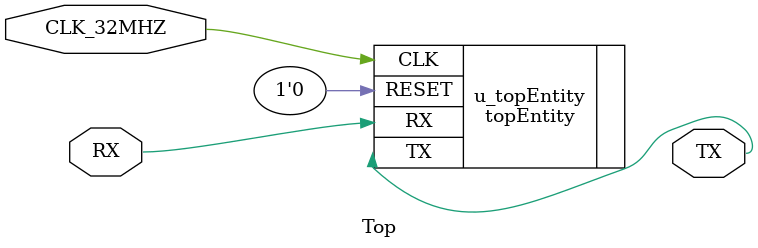
<source format=v>
module Top(
           input        CLK_32MHZ,
           input        RX,
           output       TX
           );

   topEntity u_topEntity
     (.CLK(CLK_32MHZ),
      .RESET(1'b0),
      .RX(RX),
      .TX(TX)
      );

endmodule

</source>
